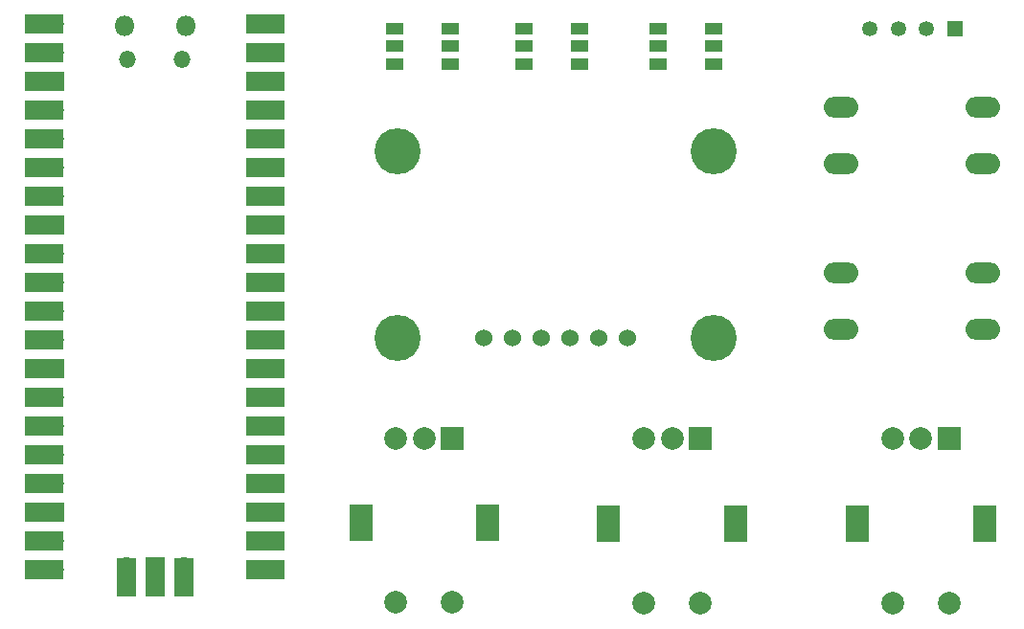
<source format=gbr>
%TF.GenerationSoftware,KiCad,Pcbnew,(6.0.7-1)-1*%
%TF.CreationDate,2022-09-01T12:29:15-04:00*%
%TF.ProjectId,pico-color-picker,7069636f-2d63-46f6-9c6f-722d7069636b,rev?*%
%TF.SameCoordinates,Original*%
%TF.FileFunction,Soldermask,Top*%
%TF.FilePolarity,Negative*%
%FSLAX46Y46*%
G04 Gerber Fmt 4.6, Leading zero omitted, Abs format (unit mm)*
G04 Created by KiCad (PCBNEW (6.0.7-1)-1) date 2022-09-01 12:29:15*
%MOMM*%
%LPD*%
G01*
G04 APERTURE LIST*
%ADD10R,2.000000X2.000000*%
%ADD11C,2.000000*%
%ADD12R,2.000000X3.200000*%
%ADD13C,1.524000*%
%ADD14C,4.064000*%
%ADD15R,1.350000X1.350000*%
%ADD16C,1.350000*%
%ADD17R,1.500000X1.000000*%
%ADD18O,3.048000X1.850000*%
%ADD19O,1.500000X1.500000*%
%ADD20O,1.800000X1.800000*%
%ADD21R,3.500000X1.700000*%
%ADD22O,1.700000X1.700000*%
%ADD23R,1.700000X1.700000*%
%ADD24R,1.700000X3.500000*%
G04 APERTURE END LIST*
D10*
%TO.C,SW3*%
X119000000Y-103550000D03*
D11*
X114000000Y-103550000D03*
X116500000Y-103550000D03*
D12*
X122100000Y-111050000D03*
X110900000Y-111050000D03*
D11*
X114000000Y-118050000D03*
X119000000Y-118050000D03*
%TD*%
D10*
%TO.C,SW1*%
X162900000Y-103600000D03*
D11*
X157900000Y-103600000D03*
X160400000Y-103600000D03*
D12*
X166000000Y-111100000D03*
X154800000Y-111100000D03*
D11*
X157900000Y-118100000D03*
X162900000Y-118100000D03*
%TD*%
D13*
%TO.C,U2*%
X121750000Y-94655000D03*
X124290000Y-94655000D03*
X126830000Y-94655000D03*
X129370000Y-94655000D03*
X131910000Y-94655000D03*
X134450000Y-94655000D03*
D14*
X114130000Y-78145000D03*
X142070000Y-78145000D03*
X114130000Y-94655000D03*
X142070000Y-94655000D03*
%TD*%
D15*
%TO.C,J1*%
X163400000Y-67300000D03*
D16*
X160900000Y-67300000D03*
X158400000Y-67300000D03*
X155900000Y-67300000D03*
%TD*%
D10*
%TO.C,SW2*%
X140900000Y-103600000D03*
D11*
X135900000Y-103600000D03*
X138400000Y-103600000D03*
D12*
X144000000Y-111100000D03*
X132800000Y-111100000D03*
D11*
X135900000Y-118100000D03*
X140900000Y-118100000D03*
%TD*%
D17*
%TO.C,D3*%
X113850000Y-67300000D03*
X113850000Y-68900000D03*
X113850000Y-70500000D03*
X118750000Y-70500000D03*
X118750000Y-68900000D03*
X118750000Y-67300000D03*
%TD*%
D18*
%TO.C,SW4*%
X165860000Y-88900000D03*
X153360000Y-88900000D03*
X153360000Y-93900000D03*
X165860000Y-93900000D03*
%TD*%
D19*
%TO.C,U1*%
X90270000Y-70085000D03*
D20*
X95420000Y-67055000D03*
X89970000Y-67055000D03*
D19*
X95120000Y-70085000D03*
D21*
X82905000Y-66925000D03*
D22*
X83805000Y-66925000D03*
X83805000Y-69465000D03*
D21*
X82905000Y-69465000D03*
X82905000Y-72005000D03*
D23*
X83805000Y-72005000D03*
D21*
X82905000Y-74545000D03*
D22*
X83805000Y-74545000D03*
X83805000Y-77085000D03*
D21*
X82905000Y-77085000D03*
D22*
X83805000Y-79625000D03*
D21*
X82905000Y-79625000D03*
X82905000Y-82165000D03*
D22*
X83805000Y-82165000D03*
D23*
X83805000Y-84705000D03*
D21*
X82905000Y-84705000D03*
D22*
X83805000Y-87245000D03*
D21*
X82905000Y-87245000D03*
X82905000Y-89785000D03*
D22*
X83805000Y-89785000D03*
D21*
X82905000Y-92325000D03*
D22*
X83805000Y-92325000D03*
X83805000Y-94865000D03*
D21*
X82905000Y-94865000D03*
D23*
X83805000Y-97405000D03*
D21*
X82905000Y-97405000D03*
X82905000Y-99945000D03*
D22*
X83805000Y-99945000D03*
X83805000Y-102485000D03*
D21*
X82905000Y-102485000D03*
D22*
X83805000Y-105025000D03*
D21*
X82905000Y-105025000D03*
X82905000Y-107565000D03*
D22*
X83805000Y-107565000D03*
D21*
X82905000Y-110105000D03*
D23*
X83805000Y-110105000D03*
D22*
X83805000Y-112645000D03*
D21*
X82905000Y-112645000D03*
D22*
X83805000Y-115185000D03*
D21*
X82905000Y-115185000D03*
X102485000Y-115185000D03*
D22*
X101585000Y-115185000D03*
D21*
X102485000Y-112645000D03*
D22*
X101585000Y-112645000D03*
D23*
X101585000Y-110105000D03*
D21*
X102485000Y-110105000D03*
X102485000Y-107565000D03*
D22*
X101585000Y-107565000D03*
D21*
X102485000Y-105025000D03*
D22*
X101585000Y-105025000D03*
X101585000Y-102485000D03*
D21*
X102485000Y-102485000D03*
D22*
X101585000Y-99945000D03*
D21*
X102485000Y-99945000D03*
X102485000Y-97405000D03*
D23*
X101585000Y-97405000D03*
D21*
X102485000Y-94865000D03*
D22*
X101585000Y-94865000D03*
D21*
X102485000Y-92325000D03*
D22*
X101585000Y-92325000D03*
X101585000Y-89785000D03*
D21*
X102485000Y-89785000D03*
X102485000Y-87245000D03*
D22*
X101585000Y-87245000D03*
D23*
X101585000Y-84705000D03*
D21*
X102485000Y-84705000D03*
D22*
X101585000Y-82165000D03*
D21*
X102485000Y-82165000D03*
D22*
X101585000Y-79625000D03*
D21*
X102485000Y-79625000D03*
X102485000Y-77085000D03*
D22*
X101585000Y-77085000D03*
X101585000Y-74545000D03*
D21*
X102485000Y-74545000D03*
X102485000Y-72005000D03*
D23*
X101585000Y-72005000D03*
D22*
X101585000Y-69465000D03*
D21*
X102485000Y-69465000D03*
D22*
X101585000Y-66925000D03*
D21*
X102485000Y-66925000D03*
D22*
X90155000Y-114955000D03*
D24*
X90155000Y-115855000D03*
D23*
X92695000Y-114955000D03*
D24*
X92695000Y-115855000D03*
X95235000Y-115855000D03*
D22*
X95235000Y-114955000D03*
%TD*%
D17*
%TO.C,D1*%
X137150000Y-67300000D03*
X137150000Y-68900000D03*
X137150000Y-70500000D03*
X142050000Y-70500000D03*
X142050000Y-68900000D03*
X142050000Y-67300000D03*
%TD*%
D18*
%TO.C,SW5*%
X165860000Y-74300000D03*
X153360000Y-74300000D03*
X153360000Y-79300000D03*
X165860000Y-79300000D03*
%TD*%
D17*
%TO.C,D2*%
X125350000Y-67300000D03*
X125350000Y-68900000D03*
X125350000Y-70500000D03*
X130250000Y-70500000D03*
X130250000Y-68900000D03*
X130250000Y-67300000D03*
%TD*%
M02*

</source>
